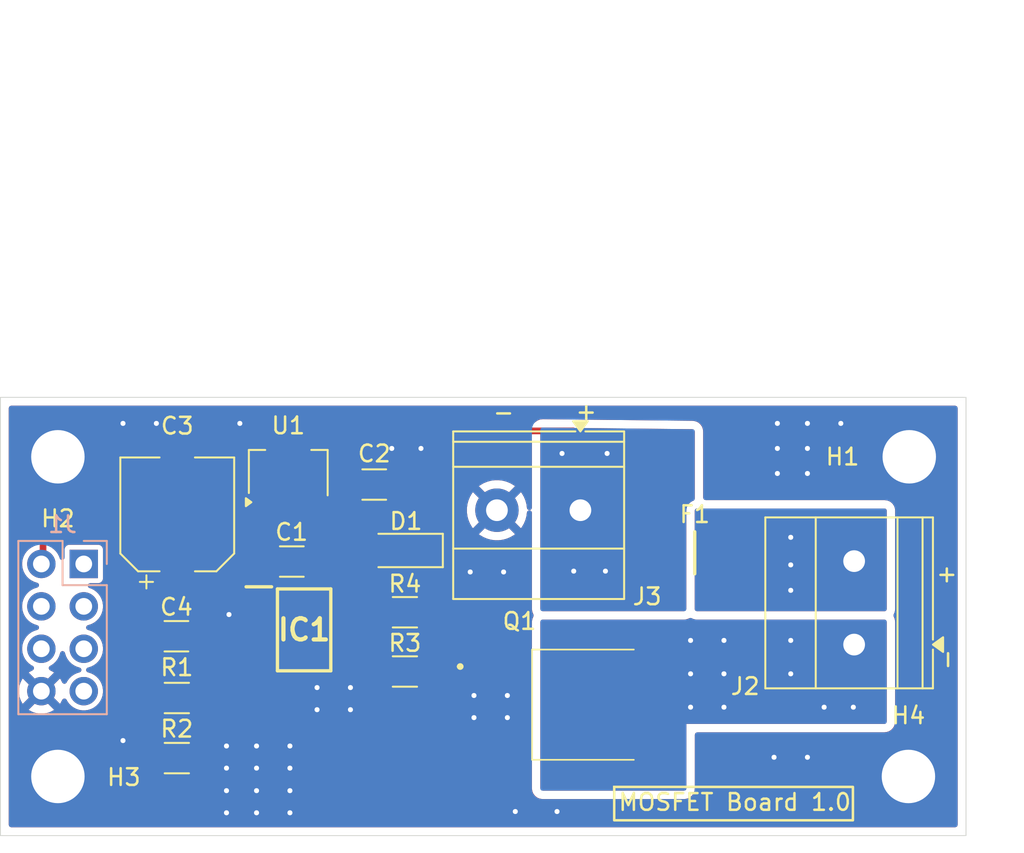
<source format=kicad_pcb>
(kicad_pcb (version 20241229) (generator "pcbnew") (generator_version "9.0")
  (title_block (title "MOSFET_Board") (date "2025-11-16") (rev "1.0") (company "PKl"))
  (layers (0 "F.Cu" signal) (2 "B.Cu" signal) (13 "F.Paste" user) (15 "B.Paste" user) (5 "F.SilkS" user "F.Silkscreen") (7 "B.SilkS" user "B.Silkscreen") (1 "F.Mask" user) (3 "B.Mask" user) (25 "Edge.Cuts" user))
  (net 0 "")
  (net 1 "GND")
  (net 2 "+12V")
  (net 3 "+12V_STAB")
  (net 4 "Net-(J2-Pin_2)")
  (net 5 "Net-(IC1-OUTPUT_1)")
  (net 6 "Net-(IC1-INPUT)")
  (net 8 "Net-(J1-Pin_2)")
  (net 15 "Net-(J2-Pin_1)")
  (net 16 "Net-(Q1-G)")
  (net 17 "Net-(D1-K)")
  (footprint "Resistor_SMD:R_1206_3216Metric" (layer "F.Cu") (at 145.8875 81.3125 180)
    (property "Reference" "R4" (at 0 1.7 180) (layer "F.SilkS"))
    (property "Value" "100K")
    (fp_line (start -0.727064 0.91) (end 0.727064 0.91) (stroke (width 0.12)) (layer "F.SilkS"))
    (fp_line (start -0.727064 -0.91) (end 0.727064 -0.91) (stroke (width 0.12)) (layer "F.SilkS"))
    (pad "1" smd roundrect (at -1.4625 0 180) (size 1.125 1.75) (layers "F.Cu" "F.Mask" "F.Paste") (roundrect_rratio 0.222222) (net 16 "Net-(Q1-G)"))
    (pad "2" smd roundrect (at 1.4625 0 180) (size 1.125 1.75) (layers "F.Cu" "F.Mask" "F.Paste") (roundrect_rratio 0.222222) (net 17 "Net-(D1-K)"))
  )
  (footprint "MountingHole:MountingHole_3.2mm_M3_DIN965_Pad" (layer "F.Cu") (at 125.1 72)
    (property "Reference" "H2" (at 0 3.7 0) (layer "F.SilkS"))
    (property "Value" "MountingHole_Pad" (hide yes))
    (pad "1" thru_hole circle (at 0 0) (size 5.6 5.6) (drill 3.2) (layers "*.Cu" "*.Mask") (net 1 "GND"))
  )
  (footprint "Resistor_SMD:R_1206_3216Metric" (layer "F.Cu") (at 132.225 90.05 180)
    (property "Reference" "R2" (at 0 1.75 0) (layer "F.SilkS"))
    (property "Value" "47K")
    (fp_line (start -0.727064 0.91) (end 0.727064 0.91) (stroke (width 0.12)) (layer "F.SilkS"))
    (fp_line (start -0.727064 -0.91) (end 0.727064 -0.91) (stroke (width 0.12)) (layer "F.SilkS"))
    (pad "1" smd roundrect (at -1.4625 0 180) (size 1.125 1.75) (layers "F.Cu" "F.Mask" "F.Paste") (roundrect_rratio 0.222222) (net 6 "Net-(IC1-INPUT)"))
    (pad "2" smd roundrect (at 1.4625 0 180) (size 1.125 1.75) (layers "F.Cu" "F.Mask" "F.Paste") (roundrect_rratio 0.222222) (net 1 "GND"))
  )
  (footprint "Capacitor_SMD:C_1206_3216Metric" (layer "F.Cu") (at 139.1125 78.275 180)
    (property "Reference" "C1" (at 0.0125 1.7625 0) (layer "F.SilkS"))
    (property "Value" "330nF")
    (fp_line (start -0.711252 0.91) (end 0.711252 0.91) (stroke (width 0.12)) (layer "F.SilkS"))
    (fp_line (start -0.711252 -0.91) (end 0.711252 -0.91) (stroke (width 0.12)) (layer "F.SilkS"))
    (pad "1" smd roundrect (at -1.475 0 180) (size 1.15 1.8) (layers "F.Cu" "F.Mask" "F.Paste") (roundrect_rratio 0.217391) (net 2 "+12V"))
    (pad "2" smd roundrect (at 1.475 0 180) (size 1.15 1.8) (layers "F.Cu" "F.Mask" "F.Paste") (roundrect_rratio 0.217391) (net 1 "GND"))
  )
  (footprint "Library:AOD4185" (layer "F.Cu") (at 155.4 86.85 -90)
    (property "Reference" "Q1" (at -5 2.65 0) (layer "F.SilkS"))
    (property "Value" "AOD4184A" (hide yes))
    (fp_line (start -2.286 6.3) (end -2.286 6.3) (stroke (width 0.2)) (layer "F.SilkS"))
    (fp_line (start -2.286 6.1) (end -2.286 6.1) (stroke (width 0.2)) (layer "F.SilkS"))
    (fp_line (start -3.302 1.896) (end 3.302 1.896) (stroke (width 0.1)) (layer "F.SilkS"))
    (fp_line (start 3.302 1.896) (end 3.302 -4.2) (stroke (width 0.1)) (layer "F.SilkS"))
    (fp_line (start -3.302 1.8) (end -3.302 1.896) (stroke (width 0.1)) (layer "F.SilkS"))
    (fp_line (start -3.302 -4.2) (end -3.302 1.8) (stroke (width 0.1)) (layer "F.SilkS"))
    (fp_arc (start -2.286 6.3) (mid -2.386 6.2) (end -2.286 6.1) (stroke (width 0.2)) (layer "F.SilkS"))
    (fp_arc (start -2.286 6.1) (mid -2.186 6.2) (end -2.286 6.3) (stroke (width 0.2)) (layer "F.SilkS"))
    (pad "1" smd rect (at -2.286 4.2 270) (size 1.5 3) (layers "F.Cu" "F.Mask" "F.Paste") (net 16 "Net-(Q1-G)"))
    (pad "2" smd rect (at 0 -2.4 270) (size 6.25 6.8) (layers "F.Cu" "F.Mask" "F.Paste") (net 15 "Net-(J2-Pin_1)"))
    (pad "3" smd rect (at 2.286 4.2 270) (size 1.5 3) (layers "F.Cu" "F.Mask" "F.Paste") (net 1 "GND"))
  )
  (footprint "TerminalBlock_Phoenix:TerminalBlock_Phoenix_MKDS-1,5-2_1x02_P5.00mm_Horizontal" (layer "F.Cu") (at 172.7975 83.25 90)
    (property "Reference" "J2" (at -2.5 -6.5225 0) (layer "F.SilkS"))
    (property "Value" "BULB")
    (fp_line (start 7.62 -5.32) (end 7.62 4.72) (stroke (width 0.12)) (layer "F.SilkS"))
    (fp_line (start -2.62 -5.32) (end 7.62 -5.32) (stroke (width 0.12)) (layer "F.SilkS"))
    (fp_line (start -2.62 -2.3) (end 7.62 -2.3) (stroke (width 0.12)) (layer "F.SilkS"))
    (fp_line (start -2.62 2.6) (end 7.62 2.6) (stroke (width 0.12)) (layer "F.SilkS"))
    (fp_line (start -2.62 4.1) (end 7.62 4.1) (stroke (width 0.12)) (layer "F.SilkS"))
    (fp_line (start 7.62 4.72) (end 0.3 4.72) (stroke (width 0.12)) (layer "F.SilkS"))
    (fp_line (start -0.3 4.72) (end -2.62 4.72) (stroke (width 0.12)) (layer "F.SilkS"))
    (fp_line (start -2.62 4.72) (end -2.62 -5.32) (stroke (width 0.12)) (layer "F.SilkS"))
    (fp_poly (pts (xy 0 4.72) (xy 0.44 5.33) (xy -0.44 5.33)) (stroke (width 0.12)) (fill yes) (layer "F.SilkS"))
    (pad "1" thru_hole roundrect (at 0 0 90) (size 2.6 2.6) (drill 1.3) (layers "*.Cu" "*.Mask") (roundrect_rratio 0.096154) (net 15 "Net-(J2-Pin_1)"))
    (pad "2" thru_hole circle (at 5 0 90) (size 2.6 2.6) (drill 1.3) (layers "*.Cu" "*.Mask") (net 4 "Net-(J2-Pin_2)"))
  )
  (footprint "Capacitor_SMD:CP_Elec_6.3x5.8" (layer "F.Cu") (at 132.25 75.45 90)
    (property "Reference" "C3" (at 5.3 0 0) (layer "F.SilkS"))
    (property "Value" "10uF")
    (fp_line (start 3.41 -3.41) (end 3.41 -1.06) (stroke (width 0.12)) (layer "F.SilkS"))
    (fp_line (start -2.345563 -3.41) (end 3.41 -3.41) (stroke (width 0.12)) (layer "F.SilkS"))
    (fp_line (start -3.41 -2.345563) (end -2.345563 -3.41) (stroke (width 0.12)) (layer "F.SilkS"))
    (fp_line (start -3.41 -2.345563) (end -3.41 -1.06) (stroke (width 0.12)) (layer "F.SilkS"))
    (fp_line (start -4.04375 -2.24125) (end -4.04375 -1.45375) (stroke (width 0.12)) (layer "F.SilkS"))
    (fp_line (start -4.4375 -1.8475) (end -3.65 -1.8475) (stroke (width 0.12)) (layer "F.SilkS"))
    (fp_line (start -3.41 2.345563) (end -3.41 1.06) (stroke (width 0.12)) (layer "F.SilkS"))
    (fp_line (start -3.41 2.345563) (end -2.345563 3.41) (stroke (width 0.12)) (layer "F.SilkS"))
    (fp_line (start 3.41 3.41) (end 3.41 1.06) (stroke (width 0.12)) (layer "F.SilkS"))
    (fp_line (start -2.345563 3.41) (end 3.41 3.41) (stroke (width 0.12)) (layer "F.SilkS"))
    (pad "1" smd roundrect (at -2.7 0 90) (size 3.5 1.6) (layers "F.Cu" "F.Mask" "F.Paste") (roundrect_rratio 0.15625) (net 3 "+12V_STAB"))
    (pad "2" smd roundrect (at 2.7 0 90) (size 3.5 1.6) (layers "F.Cu" "F.Mask" "F.Paste") (roundrect_rratio 0.15625) (net 1 "GND"))
  )
  (footprint "Library:SOIC127P600X175-8N" (layer "F.Cu") (at 139.85 82.3675)
    (property "Reference" "IC1" (at 0 0 0) (layer "F.SilkS") (effects (font (size 1.27 1.27) (thickness 0.254))))
    (property "Value" "TC4420EOA" (hide yes))
    (fp_line (start -3.475 -2.58) (end -1.948 -2.58) (stroke (width 0.2)) (layer "F.SilkS"))
    (fp_line (start -1.598 -2.452) (end 1.598 -2.452) (stroke (width 0.2)) (layer "F.SilkS"))
    (fp_line (start -1.598 2.452) (end -1.598 -2.452) (stroke (width 0.2)) (layer "F.SilkS"))
    (fp_line (start 1.598 -2.452) (end 1.598 2.452) (stroke (width 0.2)) (layer "F.SilkS"))
    (fp_line (start 1.598 2.452) (end -1.598 2.452) (stroke (width 0.2)) (layer "F.SilkS"))
    (pad "1" smd rect (at -2.711 -1.905 90) (size 0.65 1.528) (layers "F.Cu" "F.Mask" "F.Paste") (net 3 "+12V_STAB"))
    (pad "2" smd rect (at -2.711 -0.635 90) (size 0.65 1.528) (layers "F.Cu" "F.Mask" "F.Paste") (net 6 "Net-(IC1-INPUT)"))
    (pad "3" smd rect (at -2.711 0.635 90) (size 0.65 1.528) (layers "F.Cu" "F.Mask" "F.Paste"))
    (pad "4" smd rect (at -2.711 1.905 90) (size 0.65 1.528) (layers "F.Cu" "F.Mask" "F.Paste") (net 1 "GND"))
    (pad "5" smd rect (at 2.711 1.905 90) (size 0.65 1.528) (layers "F.Cu" "F.Mask" "F.Paste") (net 1 "GND"))
    (pad "6" smd rect (at 2.711 0.635 90) (size 0.65 1.528) (layers "F.Cu" "F.Mask" "F.Paste") (net 5 "Net-(IC1-OUTPUT_1)"))
    (pad "7" smd rect (at 2.711 -0.635 90) (size 0.65 1.528) (layers "F.Cu" "F.Mask" "F.Paste") (net 5 "Net-(IC1-OUTPUT_1)"))
    (pad "8" smd rect (at 2.711 -1.905 90) (size 0.65 1.528) (layers "F.Cu" "F.Mask" "F.Paste") (net 3 "+12V_STAB"))
  )
  (footprint "Resistor_SMD:R_1206_3216Metric" (layer "F.Cu") (at 145.8875 84.8625)
    (property "Reference" "R3" (at 0 -1.7 0) (layer "F.SilkS"))
    (property "Value" "10R")
    (fp_line (start -0.727064 -0.91) (end 0.727064 -0.91) (stroke (width 0.12)) (layer "F.SilkS"))
    (fp_line (start -0.727064 0.91) (end 0.727064 0.91) (stroke (width 0.12)) (layer "F.SilkS"))
    (pad "1" smd roundrect (at -1.4625 0) (size 1.125 1.75) (layers "F.Cu" "F.Mask" "F.Paste") (roundrect_rratio 0.222222) (net 5 "Net-(IC1-OUTPUT_1)"))
    (pad "2" smd roundrect (at 1.4625 0) (size 1.125 1.75) (layers "F.Cu" "F.Mask" "F.Paste") (roundrect_rratio 0.222222) (net 16 "Net-(Q1-G)"))
  )
  (footprint "Capacitor_SMD:C_1206_3216Metric" (layer "F.Cu") (at 144.05 73.6625)
    (property "Reference" "C2" (at 0 -1.85 0) (layer "F.SilkS"))
    (property "Value" "100nF")
    (fp_line (start -0.711252 -0.91) (end 0.711252 -0.91) (stroke (width 0.12)) (layer "F.SilkS"))
    (fp_line (start -0.711252 0.91) (end 0.711252 0.91) (stroke (width 0.12)) (layer "F.SilkS"))
    (pad "1" smd roundrect (at -1.475 0) (size 1.15 1.8) (layers "F.Cu" "F.Mask" "F.Paste") (roundrect_rratio 0.217391) (net 3 "+12V_STAB"))
    (pad "2" smd roundrect (at 1.475 0) (size 1.15 1.8) (layers "F.Cu" "F.Mask" "F.Paste") (roundrect_rratio 0.217391) (net 1 "GND"))
  )
  (footprint "TerminalBlock_Phoenix:TerminalBlock_Phoenix_MKDS-1,5-2_1x02_P5.00mm_Horizontal" (layer "F.Cu") (at 156.4 75.2 180)
    (property "Reference" "J3" (at -4 -5.1725 0) (layer "F.SilkS"))
    (property "Value" "PWR")
    (fp_line (start 7.62 4.72) (end 0.3 4.72) (stroke (width 0.12)) (layer "F.SilkS"))
    (fp_line (start 7.62 -5.32) (end 7.62 4.72) (stroke (width 0.12)) (layer "F.SilkS"))
    (fp_line (start -0.3 4.72) (end -2.62 4.72) (stroke (width 0.12)) (layer "F.SilkS"))
    (fp_line (start -2.62 4.72) (end -2.62 -5.32) (stroke (width 0.12)) (layer "F.SilkS"))
    (fp_line (start -2.62 4.1) (end 7.62 4.1) (stroke (width 0.12)) (layer "F.SilkS"))
    (fp_line (start -2.62 2.6) (end 7.62 2.6) (stroke (width 0.12)) (layer "F.SilkS"))
    (fp_line (start -2.62 -2.3) (end 7.62 -2.3) (stroke (width 0.12)) (layer "F.SilkS"))
    (fp_line (start -2.62 -5.32) (end 7.62 -5.32) (stroke (width 0.12)) (layer "F.SilkS"))
    (fp_poly (pts (xy 0 4.72) (xy 0.44 5.33) (xy -0.44 5.33)) (stroke (width 0.12)) (fill yes) (layer "F.SilkS"))
    (pad "1" thru_hole roundrect (at 0 0 180) (size 2.6 2.6) (drill 1.3) (layers "*.Cu" "*.Mask") (roundrect_rratio 0.096154) (net 2 "+12V"))
    (pad "2" thru_hole circle (at 5 0 180) (size 2.6 2.6) (drill 1.3) (layers "*.Cu" "*.Mask") (net 1 "GND"))
  )
  (footprint "Library:FUSC6127X287N" (layer "F.Cu") (at 163.25 77.75 180)
    (property "Reference" "F1" (at 0 2.3 180) (layer "F.SilkS"))
    (property "Value" "TR1-2410TD5-R" (hide yes))
    (fp_line (start 0 -1.26) (end 0 1.26) (stroke (width 0.2)) (layer "F.SilkS"))
    (pad "1" smd rect (at -2.55 0 180) (size 1.92 2.89) (layers "F.Cu" "F.Mask" "F.Paste") (net 4 "Net-(J2-Pin_2)"))
    (pad "2" smd rect (at 2.55 0 180) (size 1.92 2.89) (layers "F.Cu" "F.Mask" "F.Paste") (net 2 "+12V"))
  )
  (footprint "MountingHole:MountingHole_3.2mm_M3_DIN965_Pad" (layer "F.Cu") (at 125.1 91.15)
    (property "Reference" "H3" (at 3.95 0.05 0) (layer "F.SilkS"))
    (property "Value" "MountingHole_Pad")
    (pad "1" thru_hole circle (at 0 0) (size 5.6 5.6) (drill 3.2) (layers "*.Cu" "*.Mask") (net 1 "GND"))
  )
  (footprint "Diode_SMD:D_SOD-123F" (layer "F.Cu") (at 145.95 77.6125 180)
    (property "Reference" "D1" (at 0 1.75 0) (layer "F.SilkS"))
    (property "Value" "BZT52C15-DIO")
    (fp_line (start -2.21 1) (end 1.65 1) (stroke (width 0.12)) (layer "F.SilkS"))
    (fp_line (start -2.21 -1) (end 1.65 -1) (stroke (width 0.12)) (layer "F.SilkS"))
    (fp_line (start -2.21 -1) (end -2.21 1) (stroke (width 0.12)) (layer "F.SilkS"))
    (pad "1" smd roundrect (at -1.4 0 180) (size 1.1 1.1) (layers "F.Cu" "F.Mask" "F.Paste") (roundrect_rratio 0.2272727273) (net 17 "Net-(D1-K)"))
    (pad "2" smd roundrect (at 1.4 0 180) (size 1.1 1.1) (layers "F.Cu" "F.Mask" "F.Paste") (roundrect_rratio 0.2272727273) (net 1 "GND"))
  )
  (footprint "Capacitor_SMD:C_1206_3216Metric" (layer "F.Cu") (at 132.2 82.75 180)
    (property "Reference" "C4" (at 0 1.75 0) (layer "F.SilkS"))
    (property "Value" "100nF")
    (fp_line (start -0.711252 0.91) (end 0.711252 0.91) (stroke (width 0.12)) (layer "F.SilkS"))
    (fp_line (start -0.711252 -0.91) (end 0.711252 -0.91) (stroke (width 0.12)) (layer "F.SilkS"))
    (pad "1" smd roundrect (at -1.475 0 180) (size 1.15 1.8) (layers "F.Cu" "F.Mask" "F.Paste") (roundrect_rratio 0.217391) (net 3 "+12V_STAB"))
    (pad "2" smd roundrect (at 1.475 0 180) (size 1.15 1.8) (layers "F.Cu" "F.Mask" "F.Paste") (roundrect_rratio 0.217391) (net 1 "GND"))
  )
  (footprint "Package_TO_SOT_SMD:SOT-89-3" (layer "F.Cu") (at 138.9 72.95 90)
    (property "Reference" "U1" (at 2.8175 0 0) (layer "F.SilkS"))
    (property "Value" "L78L12ABUTR")
    (fp_line (start -1.22 -2.36) (end 1.36 -2.36) (stroke (width 0.12)) (layer "F.SilkS"))
    (fp_line (start 1.36 -1.38) (end 1.36 -2.36) (stroke (width 0.12)) (layer "F.SilkS"))
    (fp_line (start 1.36 1.38) (end 1.36 2.36) (stroke (width 0.12)) (layer "F.SilkS"))
    (fp_line (start 1.36 2.36) (end -1.36 2.36) (stroke (width 0.12)) (layer "F.SilkS"))
    (fp_poly (pts (xy -1.77 -2.21) (xy -2.01 -2.54) (xy -1.53 -2.54) (xy -1.77 -2.21)) (stroke (width 0.12)) (fill yes) (layer "F.SilkS"))
    (pad "1" smd roundrect (at -1.95 -1.5 90) (size 1.3 0.9) (layers "F.Cu" "F.Mask" "F.Paste") (net 3 "+12V_STAB"))
    (pad "2" smd custom (at -1.8625 0 90) (size 1.475 0.9) (layers "F.Cu" "F.Mask" "F.Paste") (net 1 "GND") (options (clearance outline) (anchor rect)) (primitives (gr_poly (pts (xy 3.8625 0.8665) (xy 0.7375 0.8665) (xy 0.7375 -0.8665) (xy 3.8625 -0.8665)) (width 0) (fill yes))))
    (pad "3" smd roundrect (at -1.95 1.5 90) (size 1.3 0.9) (layers "F.Cu" "F.Mask" "F.Paste") (net 2 "+12V"))
  )
  (footprint "Resistor_SMD:R_1206_3216Metric" (layer "F.Cu") (at 132.225 86.45)
    (property "Reference" "R1" (at 0 -1.83 0) (layer "F.SilkS"))
    (property "Value" "100R")
    (fp_line (start -0.727064 -0.91) (end 0.727064 -0.91) (stroke (width 0.12)) (layer "F.SilkS"))
    (fp_line (start -0.727064 0.91) (end 0.727064 0.91) (stroke (width 0.12)) (layer "F.SilkS"))
    (pad "1" smd roundrect (at -1.4625 0) (size 1.125 1.75) (layers "F.Cu" "F.Mask" "F.Paste") (roundrect_rratio 0.222222) (net 8 "Net-(J1-Pin_2)"))
    (pad "2" smd roundrect (at 1.4625 0) (size 1.125 1.75) (layers "F.Cu" "F.Mask" "F.Paste") (roundrect_rratio 0.222222) (net 6 "Net-(IC1-INPUT)"))
  )
  (footprint "MountingHole:MountingHole_3.2mm_M3_DIN965_Pad" (layer "F.Cu") (at 176.05 91.15)
    (property "Reference" "H4" (at 0 -3.65 0) (layer "F.SilkS"))
    (property "Value" "MountingHole_Pad")
    (pad "1" thru_hole circle (at 0 0) (size 5.6 5.6) (drill 3.2) (layers "*.Cu" "*.Mask") (net 1 "GND"))
  )
  (footprint "MountingHole:MountingHole_3.2mm_M3_DIN965_Pad" (layer "F.Cu") (at 176.1 72)
    (property "Reference" "H1" (at -4 0 0) (layer "F.SilkS"))
    (property "Value" "MountingHole_Pad" (hide yes))
    (pad "1" thru_hole circle (at 0 0) (size 5.6 5.6) (drill 3.2) (layers "*.Cu" "*.Mask") (net 1 "GND"))
  )
  (footprint "Connector_PinHeader_2.54mm:PinHeader_2x04_P2.54mm_Vertical" (layer "B.Cu") (at 126.65 78.42 180)
    (property "Reference" "J1" (at 1.275 2.37 0) (layer "B.SilkS") (effects (justify mirror)))
    (property "Value" "COM")
    (fp_line (start 3.92 1.38) (end 3.92 -9) (stroke (width 0.12)) (layer "B.SilkS"))
    (fp_line (start 1.27 1.38) (end 3.92 1.38) (stroke (width 0.12)) (layer "B.SilkS"))
    (fp_line (start 1.27 -1.27) (end 1.27 1.38) (stroke (width 0.12)) (layer "B.SilkS"))
    (fp_line (start -1.38 1.38) (end 0 1.38) (stroke (width 0.12)) (layer "B.SilkS"))
    (fp_line (start -1.38 0) (end -1.38 1.38) (stroke (width 0.12)) (layer "B.SilkS"))
    (fp_line (start -1.38 -1.27) (end 1.27 -1.27) (stroke (width 0.12)) (layer "B.SilkS"))
    (fp_line (start -1.38 -1.27) (end -1.38 -9) (stroke (width 0.12)) (layer "B.SilkS"))
    (fp_line (start -1.38 -9) (end 3.92 -9) (stroke (width 0.12)) (layer "B.SilkS"))
    (pad "1" thru_hole rect (at 0 0 180) (size 1.7 1.7) (drill 1) (layers "*.Cu" "*.Mask"))
    (pad "2" thru_hole circle (at 2.54 0 180) (size 1.7 1.7) (drill 1) (layers "*.Cu" "*.Mask") (net 8 "Net-(J1-Pin_2)"))
    (pad "3" thru_hole circle (at 0 -2.54 180) (size 1.7 1.7) (drill 1) (layers "*.Cu" "*.Mask"))
    (pad "4" thru_hole circle (at 2.54 -2.54 180) (size 1.7 1.7) (drill 1) (layers "*.Cu" "*.Mask"))
    (pad "5" thru_hole circle (at 0 -5.08 180) (size 1.7 1.7) (drill 1) (layers "*.Cu" "*.Mask"))
    (pad "6" thru_hole circle (at 2.54 -5.08 180) (size 1.7 1.7) (drill 1) (layers "*.Cu" "*.Mask"))
    (pad "7" thru_hole circle (at 0 -7.62 180) (size 1.7 1.7) (drill 1) (layers "*.Cu" "*.Mask"))
    (pad "8" thru_hole circle (at 2.54 -7.62 180) (size 1.7 1.7) (drill 1) (layers "*.Cu" "*.Mask") (net 1 "GND"))
  )
  (gr_rect (start 158.425 91.775) (end 172.725 93.775) (stroke (width 0.15)) (fill no) (layer "F.SilkS"))
  (gr_rect (start 121.657152 68.44) (end 179.5 94.6925) (stroke (width 0.05)) (fill no) (layer "Edge.Cuts"))
  (gr_text "+" (at 178.35 79 0) (layer "F.SilkS") (effects (font (size 1 1))))
  (gr_text "+" (at 156.75 69.2775 0) (layer "F.SilkS") (effects (font (size 1 1))))
  (gr_text "-" (at 178.35 84.15 90) (layer "F.SilkS") (effects (font (size 1 1))))
  (gr_text "MOSFET Board 1.0" (at 158.6 93.275 0) (layer "F.SilkS") (effects (font (size 1 1)) (justify left bottom)))
  (gr_text "-" (at 151.8 69.3275 0) (layer "F.SilkS") (effects (font (size 1 1))))
  (via (at 168.2 71.5) (size 1) (drill 0.3) (layers "F.Cu" "B.Cu") (net 1))
  (via (at 152.025 86.3) (size 1) (drill 0.3) (layers "F.Cu" "B.Cu") (net 1))
  (via (at 170 90) (size 1) (drill 0.3) (layers "F.Cu" "B.Cu") (net 1))
  (via (at 137 92) (size 1) (drill 0.3) (layers "F.Cu" "B.Cu") (net 1))
  (via (at 140.625 87.15) (size 1) (drill 0.3) (layers "F.Cu" "B.Cu") (net 1))
  (via (at 142.625 85.825) (size 1) (drill 0.3) (layers "F.Cu" "B.Cu") (net 1))
  (via (at 151.8 78.9) (size 1) (drill 0.3) (layers "F.Cu" "B.Cu") (net 1))
  (via (at 129 70) (size 1) (drill 0.3) (layers "F.Cu" "B.Cu") (net 1))
  (via (at 140.625 85.825) (size 1) (drill 0.3) (layers "F.Cu" "B.Cu") (net 1))
  (via (at 168.2 73) (size 1) (drill 0.3) (layers "F.Cu" "B.Cu") (net 1))
  (via (at 139 90.65) (size 1) (drill 0.3) (layers "F.Cu" "B.Cu") (net 1))
  (via (at 170 70) (size 1) (drill 0.3) (layers "F.Cu" "B.Cu") (net 1))
  (via (at 142.625 87.15) (size 1) (drill 0.3) (layers "F.Cu" "B.Cu") (net 1))
  (via (at 170 71.5) (size 1) (drill 0.3) (layers "F.Cu" "B.Cu") (net 1))
  (via (at 139 92) (size 1) (drill 0.3) (layers "F.Cu" "B.Cu") (net 1))
  (via (at 135.2 90.65) (size 1) (drill 0.3) (layers "F.Cu" "B.Cu") (net 1))
  (via (at 139 93.325) (size 1) (drill 0.3) (layers "F.Cu" "B.Cu") (net 1))
  (via (at 150.025 87.625) (size 1) (drill 0.3) (layers "F.Cu" "B.Cu") (net 1))
  (via (at 146.85 71.5) (size 1) (drill 0.3) (layers "F.Cu" "B.Cu") (net 1))
  (via (at 168 90) (size 1) (drill 0.3) (layers "F.Cu" "B.Cu") (net 1))
  (via (at 135.2 89.325) (size 1) (drill 0.3) (layers "F.Cu" "B.Cu") (net 1))
  (via (at 168.2 70) (size 1) (drill 0.3) (layers "F.Cu" "B.Cu") (net 1))
  (via (at 137 90.65) (size 1) (drill 0.3) (layers "F.Cu" "B.Cu") (net 1))
  (via (at 155 93.25) (size 1) (drill 0.3) (layers "F.Cu" "B.Cu") (net 1))
  (via (at 149.8 78.9) (size 1) (drill 0.3) (layers "F.Cu" "B.Cu") (net 1))
  (via (at 150.025 86.3) (size 1) (drill 0.3) (layers "F.Cu" "B.Cu") (net 1))
  (via (at 135.35 81.45) (size 1) (drill 0.3) (layers "F.Cu" "B.Cu") (net 1))
  (via (at 172 70) (size 1) (drill 0.3) (layers "F.Cu" "B.Cu") (net 1))
  (via (at 137 93.325) (size 1) (drill 0.3) (layers "F.Cu" "B.Cu") (net 1))
  (via (at 152.025 87.625) (size 1) (drill 0.3) (layers "F.Cu" "B.Cu") (net 1))
  (via (at 139 89.325) (size 1) (drill 0.3) (layers "F.Cu" "B.Cu") (net 1))
  (via (at 129 89) (size 1) (drill 0.3) (layers "F.Cu" "B.Cu") (net 1))
  (via (at 136 70) (size 1) (drill 0.3) (layers "F.Cu" "B.Cu") (net 1))
  (via (at 135.2 92) (size 1) (drill 0.3) (layers "F.Cu" "B.Cu") (net 1))
  (via (at 152.5 93.25) (size 1) (drill 0.3) (layers "F.Cu" "B.Cu") (net 1))
  (via (at 135.2 93.325) (size 1) (drill 0.3) (layers "F.Cu" "B.Cu") (net 1))
  (via (at 145.1 71.5) (size 1) (drill 0.3) (layers "F.Cu" "B.Cu") (net 1))
  (via (at 170 73) (size 1) (drill 0.3) (layers "F.Cu" "B.Cu") (net 1))
  (via (at 131 70) (size 1) (drill 0.3) (layers "F.Cu" "B.Cu") (net 1))
  (via (at 137 89.325) (size 1) (drill 0.3) (layers "F.Cu" "B.Cu") (net 1))
  (segment (start 140.3875 74.8875) (end 140.4 74.9) (width 0.4) (layer "F.Cu") (net 2))
  (segment (start 142.9125 70.45) (end 140.3875 72.975) (width 0.4) (layer "F.Cu") (net 2))
  (segment (start 140.3875 74.9125) (end 140.3875 78.075) (width 0.4) (layer "F.Cu") (net 2))
  (segment (start 156.75 75.3275) (end 156.75 71.25) (width 0.4) (layer "F.Cu") (net 2))
  (segment (start 140.3875 78.075) (end 140.5875 78.275) (width 0.4) (layer "F.Cu") (net 2))
  (segment (start 155.95 70.45) (end 142.9125 70.45) (width 0.4) (layer "F.Cu") (net 2))
  (segment (start 140.4 74.9) (end 140.3875 74.9125) (width 0.4) (layer "F.Cu") (net 2))
  (segment (start 156.75 71.25) (end 155.95 70.45) (width 0.4) (layer "F.Cu") (net 2))
  (segment (start 140.3875 72.975) (end 140.3875 74.8875) (width 0.4) (layer "F.Cu") (net 2))
  (via (at 156 78.85) (size 1) (drill 0.3) (layers "F.Cu" "B.Cu") (net 2))
  (via (at 158 71.8) (size 1) (drill 0.3) (layers "F.Cu" "B.Cu") (net 2))
  (via (at 157.9 78.85) (size 1) (drill 0.3) (layers "F.Cu" "B.Cu") (net 2))
  (via (at 155.3 71.8) (size 1) (drill 0.3) (layers "F.Cu" "B.Cu") (net 2))
  (segment (start 134.345 80.4575) (end 134.345 82.08) (width 0.4) (layer "F.Cu") (net 3))
  (segment (start 134.345 80.4575) (end 134.345 78.495) (width 0.4) (layer "F.Cu") (net 3))
  (segment (start 134.345 82.08) (end 133.675 82.75) (width 0.4) (layer "F.Cu") (net 3))
  (segment (start 142.5 80.4075) (end 142.55 80.4575) (width 0.4) (layer "F.Cu") (net 3))
  (segment (start 135.5 74.9) (end 132.25 78.15) (width 0.4) (layer "F.Cu") (net 3))
  (segment (start 142.5 73.7375) (end 142.575 73.6625) (width 0.4) (layer "F.Cu") (net 3))
  (segment (start 134.345 78.495) (end 134 78.15) (width 0.4) (layer "F.Cu") (net 3))
  (segment (start 134 78.15) (end 132.25 78.15) (width 0.4) (layer "F.Cu") (net 3))
  (segment (start 142.55 80.4575) (end 134.345 80.4575) (width 0.4) (layer "F.Cu") (net 3))
  (segment (start 137 80.3075) (end 137.1 80.4075) (width 0.4) (layer "F.Cu") (net 3))
  (segment (start 137.4 74.9) (end 135.5 74.9) (width 0.4) (layer "F.Cu") (net 3))
  (segment (start 142.5 73.7375) (end 142.5 80.4075) (width 0.4) (layer "F.Cu") (net 3))
  (via (at 169 78.475) (size 1) (drill 0.3) (layers "F.Cu" "B.Cu") (net 4))
  (via (at 169 76.825) (size 1) (drill 0.3) (layers "F.Cu" "B.Cu") (net 4))
  (via (at 169 80) (size 1) (drill 0.3) (layers "F.Cu" "B.Cu") (net 4))
  (segment (start 142.55 82.9975) (end 143.685 82.9975) (width 0.4) (layer "F.Cu") (net 5))
  (segment (start 143.685 82.9975) (end 144.425 83.7375) (width 0.4) (layer "F.Cu") (net 5))
  (segment (start 142.55 81.7275) (end 142.55 82.9975) (width 0.4) (layer "F.Cu") (net 5))
  (segment (start 144.425 83.7375) (end 144.425 84.8625) (width 0.4) (layer "F.Cu") (net 5))
  (segment (start 136.6 81.75) (end 137.1325 81.75) (width 0.4) (layer "F.Cu") (net 6))
  (segment (start 133.6875 86.45) (end 133.6875 84.6625) (width 0.4) (layer "F.Cu") (net 6))
  (segment (start 133.6875 86.45) (end 133.6875 90.05) (width 0.4) (layer "F.Cu") (net 6))
  (segment (start 137.15 81.7325) (end 137.15 81.7275) (width 0.4) (layer "F.Cu") (net 6))
  (segment (start 137.1325 81.75) (end 137.15 81.7325) (width 0.4) (layer "F.Cu") (net 6))
  (segment (start 133.6875 84.6625) (end 136.6 81.75) (width 0.4) (layer "F.Cu") (net 6))
  (segment (start 128.75 84.4375) (end 130.7625 86.45) (width 0.4) (layer "F.Cu") (net 8))
  (segment (start 124.21 78.32) (end 124.21 76.04) (width 0.4) (layer "F.Cu") (net 8))
  (segment (start 124.21 76.04) (end 124.7 75.55) (width 0.4) (layer "F.Cu") (net 8))
  (segment (start 128.2 75.55) (end 128.75 76.1) (width 0.4) (layer "F.Cu") (net 8))
  (segment (start 128.75 76.1) (end 128.75 84.4375) (width 0.4) (layer "F.Cu") (net 8))
  (segment (start 124.11 78.42) (end 124.21 78.32) (width 0.4) (layer "F.Cu") (net 8))
  (segment (start 124.7 75.55) (end 128.2 75.55) (width 0.4) (layer "F.Cu") (net 8))
  (via (at 163 87) (size 1) (drill 0.3) (layers "F.Cu" "B.Cu") (net 15))
  (via (at 163 85) (size 1) (drill 0.3) (layers "F.Cu" "B.Cu") (net 15))
  (via (at 165 83) (size 1) (drill 0.3) (layers "F.Cu" "B.Cu") (net 15))
  (via (at 171 87) (size 1) (drill 0.3) (layers "F.Cu" "B.Cu") (net 15))
  (via (at 169 83) (size 1) (drill 0.3) (layers "F.Cu" "B.Cu") (net 15))
  (via (at 163 83) (size 1) (drill 0.3) (layers "F.Cu" "B.Cu") (net 15))
  (via (at 169 85) (size 1) (drill 0.3) (layers "F.Cu" "B.Cu") (net 15))
  (via (at 165 87) (size 1) (drill 0.3) (layers "F.Cu" "B.Cu") (net 15))
  (via (at 165 85) (size 1) (drill 0.3) (layers "F.Cu" "B.Cu") (net 15))
  (via (at 172.75 87) (size 1) (drill 0.3) (layers "F.Cu" "B.Cu") (net 15))
  (segment (start 150.8 84.564) (end 147.6485 84.564) (width 0.4) (layer "F.Cu") (net 16))
  (segment (start 147.35 81.3125) (end 147.35 84.8625) (width 0.4) (layer "F.Cu") (net 16))
  (segment (start 147.6485 84.564) (end 147.35 84.8625) (width 0.4) (layer "F.Cu") (net 16))
  (segment (start 144.425 81.3125) (end 144.45 81.3125) (width 0.4) (layer "F.Cu") (net 17))
  (segment (start 144.45 81.3125) (end 147.35 78.4125) (width 0.4) (layer "F.Cu") (net 17))
  (segment (start 147.35 78.4125) (end 147.35 77.6125) (width 0.4) (layer "F.Cu") (net 17))
  (zone (net 2) (net_name "+12V") (layer "F.Cu") (priority 2) (connect_pads yes (clearance 0.5)) (min_thickness 0.3) (fill yes (thermal_gap 0.5) (thermal_bridge_width 0.5))
    (polygon (pts (xy 154 81.25) (xy 154 70.25) (xy 163.25 70.35) (xy 163.25 75.1) (xy 163.25 75) (xy 163.25 81.25)))
  )
  (zone (net 4) (net_name "Net-(J2-Pin_2)") (layer "F.Cu") (priority 5) (connect_pads yes (clearance 0.5)) (min_thickness 0.25) (fill yes (thermal_gap 0.5) (thermal_bridge_width 0.5))
    (polygon (pts (xy 174.75 81.25) (xy 163.25 81.25) (xy 163.25 75.1) (xy 174.75 75.1)))
  )
  (zone (net 15) (net_name "Net-(J2-Pin_1)") (layer "F.Cu") (priority 1) (connect_pads yes (clearance 0.5)) (min_thickness 0.3) (fill yes (thermal_gap 0.5) (thermal_bridge_width 20))
    (polygon (pts (xy 154 81.25) (xy 174.75 81.25) (xy 174.75 88) (xy 162.75 88) (xy 162.75 92) (xy 154 92)))
  )
  (zone (net 1) (net_name "GND") (layer "F.Cu") (priority 7) (connect_pads yes (clearance 0.5)) (min_thickness 0.25) (fill yes (thermal_gap 0.5) (thermal_bridge_width 0.5))
    (polygon (pts (xy 153.475 91.988736) (xy 148.7 91.988736) (xy 148.7 86.513736) (xy 153.475 86.513736)))
  )
  (zone (net 1) (net_name "GND") (layers "F.Cu" "B.Cu") (connect_pads (clearance 0.3)) (min_thickness 0.3) (fill yes (thermal_gap 0.5) (thermal_bridge_width 0.5))
    (polygon (pts (xy 179.5 68.45) (xy 179.5 94.7) (xy 121.65 94.7) (xy 121.7 68.45)))
  )
  (zone (net 4) (net_name "Net-(J2-Pin_2)") (layer "B.Cu") (priority 6) (connect_pads yes (clearance 0.5)) (min_thickness 0.25) (fill yes (thermal_gap 0.5) (thermal_bridge_width 0.5))
    (polygon (pts (xy 163.25 75.1) (xy 174.75 75.1) (xy 174.75 81.25) (xy 163.25 81.25)))
  )
  (zone (net 15) (net_name "Net-(J2-Pin_1)") (layer "B.Cu") (priority 3) (connect_pads yes (clearance 0.5)) (min_thickness 0.25) (fill yes (thermal_gap 0.5) (thermal_bridge_width 0.5))
    (polygon (pts (xy 154 81.25) (xy 154 92) (xy 162.75 92) (xy 162.75 88) (xy 174.75 88) (xy 174.75 81.25)))
  )
  (zone (net 2) (net_name "+12V") (layer "B.Cu") (priority 4) (connect_pads yes (clearance 0.5)) (min_thickness 0.25) (fill yes (thermal_gap 0.5) (thermal_bridge_width 0.5))
    (polygon (pts (xy 154 81.25) (xy 154 70.25) (xy 163.25 70.35) (xy 163.25 75.1) (xy 163.25 75) (xy 163.25 81.25)))
  )
)
</source>
